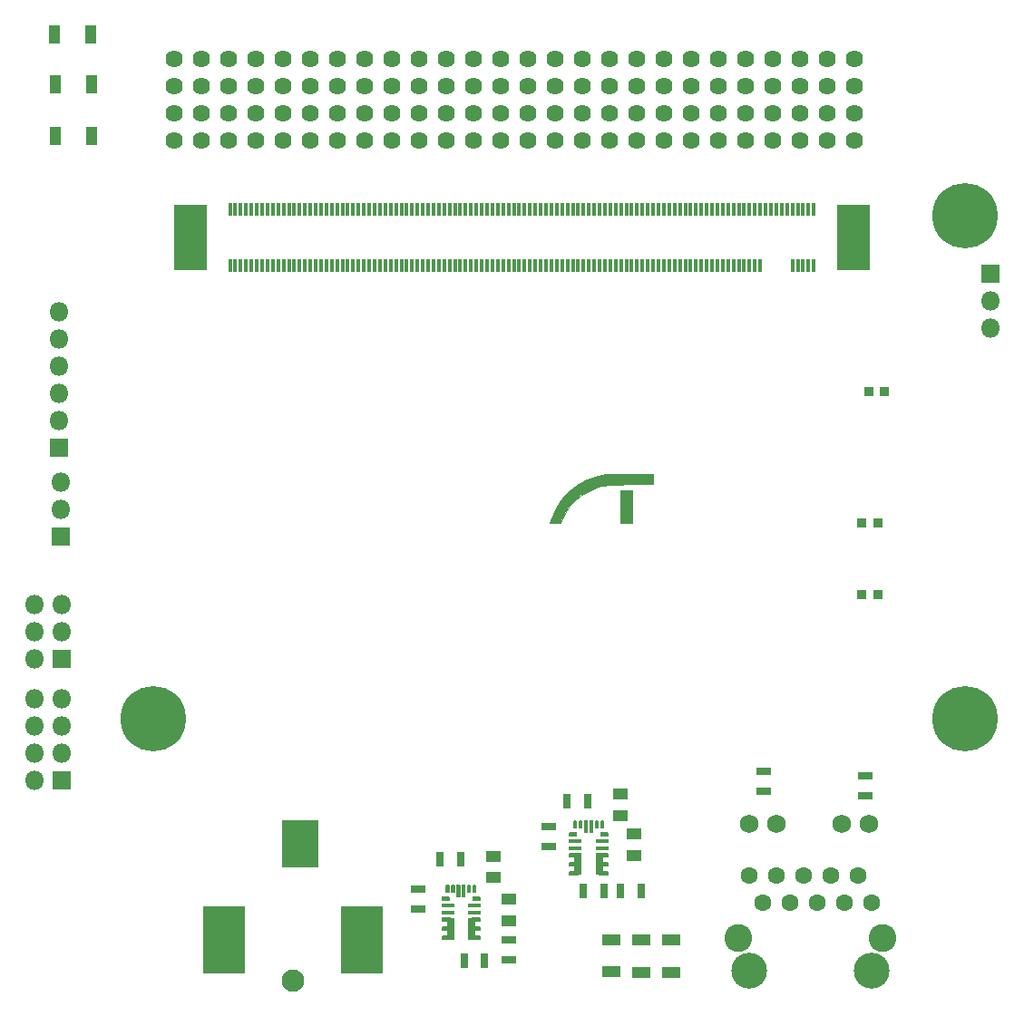
<source format=gbr>
G04 #@! TF.FileFunction,Soldermask,Top*
%FSLAX45Y45*%
G04 Gerber Fmt 4.5, Leading zero omitted, Abs format (unit mm)*
G04 Created by KiCad (PCBNEW 4.0.7) date 02/10/18 20:36:28*
%MOMM*%
%LPD*%
G01*
G04 APERTURE LIST*
%ADD10C,0.100000*%
%ADD11C,0.010000*%
%ADD12C,0.127000*%
%ADD13C,6.100000*%
%ADD14R,1.800000X1.800000*%
%ADD15O,1.800000X1.800000*%
%ADD16R,1.400000X0.800000*%
%ADD17R,0.430200X1.293800*%
%ADD18R,3.100000X6.100000*%
%ADD19C,1.600000*%
%ADD20C,1.750000*%
%ADD21C,2.600000*%
%ADD22C,3.350000*%
%ADD23R,0.900000X0.850000*%
%ADD24R,1.700000X1.100000*%
%ADD25C,1.624000*%
%ADD26R,0.800000X1.400000*%
%ADD27R,0.800000X0.350000*%
%ADD28R,1.200000X0.350000*%
%ADD29R,0.350000X0.800000*%
%ADD30R,0.350000X1.200000*%
%ADD31R,0.700000X2.050000*%
%ADD32R,3.400000X4.500000*%
%ADD33R,4.000000X6.300000*%
%ADD34C,2.100000*%
%ADD35R,1.000000X1.800000*%
%ADD36R,1.350000X1.100000*%
G04 APERTURE END LIST*
D10*
D11*
G36*
X14102909Y-6892000D02*
X13917954Y-6892000D01*
X13851717Y-6892207D01*
X13795604Y-6892913D01*
X13748201Y-6894243D01*
X13708092Y-6896322D01*
X13673863Y-6899275D01*
X13644099Y-6903229D01*
X13617385Y-6908309D01*
X13592306Y-6914639D01*
X13567446Y-6922346D01*
X13564530Y-6923328D01*
X13495080Y-6952786D01*
X13430700Y-6991845D01*
X13372542Y-7039444D01*
X13321759Y-7094519D01*
X13279506Y-7156008D01*
X13251525Y-7211657D01*
X13235268Y-7249909D01*
X13134524Y-7249909D01*
X13148561Y-7211237D01*
X13183308Y-7131768D01*
X13227097Y-7059227D01*
X13279374Y-6994122D01*
X13339586Y-6936962D01*
X13407178Y-6888257D01*
X13481596Y-6848517D01*
X13562286Y-6818250D01*
X13582175Y-6812546D01*
X13596394Y-6808765D01*
X13609279Y-6805659D01*
X13622142Y-6803150D01*
X13636291Y-6801159D01*
X13653037Y-6799608D01*
X13673688Y-6798417D01*
X13699556Y-6797508D01*
X13731950Y-6796802D01*
X13772179Y-6796221D01*
X13821554Y-6795685D01*
X13870557Y-6795218D01*
X14102909Y-6793049D01*
X14102909Y-6892000D01*
X14102909Y-6892000D01*
G37*
X14102909Y-6892000D02*
X13917954Y-6892000D01*
X13851717Y-6892207D01*
X13795604Y-6892913D01*
X13748201Y-6894243D01*
X13708092Y-6896322D01*
X13673863Y-6899275D01*
X13644099Y-6903229D01*
X13617385Y-6908309D01*
X13592306Y-6914639D01*
X13567446Y-6922346D01*
X13564530Y-6923328D01*
X13495080Y-6952786D01*
X13430700Y-6991845D01*
X13372542Y-7039444D01*
X13321759Y-7094519D01*
X13279506Y-7156008D01*
X13251525Y-7211657D01*
X13235268Y-7249909D01*
X13134524Y-7249909D01*
X13148561Y-7211237D01*
X13183308Y-7131768D01*
X13227097Y-7059227D01*
X13279374Y-6994122D01*
X13339586Y-6936962D01*
X13407178Y-6888257D01*
X13481596Y-6848517D01*
X13562286Y-6818250D01*
X13582175Y-6812546D01*
X13596394Y-6808765D01*
X13609279Y-6805659D01*
X13622142Y-6803150D01*
X13636291Y-6801159D01*
X13653037Y-6799608D01*
X13673688Y-6798417D01*
X13699556Y-6797508D01*
X13731950Y-6796802D01*
X13772179Y-6796221D01*
X13821554Y-6795685D01*
X13870557Y-6795218D01*
X14102909Y-6793049D01*
X14102909Y-6892000D01*
G36*
X13900864Y-7249909D02*
X13796954Y-7249909D01*
X13796954Y-6943954D01*
X13900864Y-6943954D01*
X13900864Y-7249909D01*
X13900864Y-7249909D01*
G37*
X13900864Y-7249909D02*
X13796954Y-7249909D01*
X13796954Y-6943954D01*
X13900864Y-6943954D01*
X13900864Y-7249909D01*
D12*
X13363000Y-10039639D02*
X13373000Y-10039639D01*
X13373000Y-10039639D02*
X13383000Y-10039639D01*
X13383000Y-10039639D02*
X13383000Y-10099639D01*
X13383000Y-10099639D02*
X13373000Y-10099639D01*
X13373000Y-10099639D02*
X13363000Y-10099639D01*
X13363000Y-10099639D02*
X13363000Y-10039639D01*
X13373000Y-10039639D02*
X13373000Y-10099639D01*
X13413000Y-10039639D02*
X13423000Y-10039639D01*
X13423000Y-10039639D02*
X13433000Y-10039639D01*
X13433000Y-10039639D02*
X13433000Y-10099639D01*
X13433000Y-10099639D02*
X13423000Y-10099639D01*
X13423000Y-10099639D02*
X13413000Y-10099639D01*
X13413000Y-10099639D02*
X13413000Y-10039639D01*
X13423000Y-10039639D02*
X13423000Y-10099639D01*
X13463000Y-10039639D02*
X13473000Y-10039639D01*
X13473000Y-10039639D02*
X13483000Y-10039639D01*
X13483000Y-10039639D02*
X13483000Y-10139639D01*
X13483000Y-10139639D02*
X13473000Y-10139639D01*
X13473000Y-10139639D02*
X13463000Y-10139639D01*
X13463000Y-10139639D02*
X13463000Y-10039639D01*
X13473000Y-10039639D02*
X13473000Y-10139639D01*
X13513000Y-10039639D02*
X13523000Y-10039639D01*
X13523000Y-10039639D02*
X13533000Y-10039639D01*
X13533000Y-10039639D02*
X13533000Y-10139639D01*
X13533000Y-10139639D02*
X13523000Y-10139639D01*
X13523000Y-10139639D02*
X13513000Y-10139639D01*
X13513000Y-10139639D02*
X13513000Y-10039639D01*
X13523000Y-10039639D02*
X13523000Y-10139639D01*
X13563000Y-10039639D02*
X13573000Y-10039639D01*
X13573000Y-10039639D02*
X13583000Y-10039639D01*
X13583000Y-10039639D02*
X13583000Y-10099639D01*
X13583000Y-10099639D02*
X13573000Y-10099639D01*
X13573000Y-10099639D02*
X13563000Y-10099639D01*
X13563000Y-10099639D02*
X13563000Y-10039639D01*
X13573000Y-10039639D02*
X13573000Y-10099639D01*
X13613000Y-10039639D02*
X13623000Y-10039639D01*
X13623000Y-10039639D02*
X13633000Y-10039639D01*
X13633000Y-10039639D02*
X13633000Y-10099639D01*
X13633000Y-10099639D02*
X13623000Y-10099639D01*
X13623000Y-10099639D02*
X13613000Y-10099639D01*
X13613000Y-10099639D02*
X13613000Y-10039639D01*
X13623000Y-10039639D02*
X13623000Y-10099639D01*
X13613000Y-10149639D02*
X13673000Y-10149639D01*
X13673000Y-10149639D02*
X13673000Y-10159639D01*
X13673000Y-10159639D02*
X13673000Y-10169639D01*
X13673000Y-10169639D02*
X13613000Y-10169639D01*
X13613000Y-10169639D02*
X13613000Y-10159639D01*
X13613000Y-10159639D02*
X13613000Y-10149639D01*
X13613000Y-10159639D02*
X13673000Y-10159639D01*
X13323000Y-10149639D02*
X13383000Y-10149639D01*
X13383000Y-10149639D02*
X13383000Y-10159639D01*
X13383000Y-10159639D02*
X13383000Y-10169639D01*
X13383000Y-10169639D02*
X13323000Y-10169639D01*
X13323000Y-10169639D02*
X13323000Y-10159639D01*
X13323000Y-10159639D02*
X13323000Y-10149639D01*
X13323000Y-10159639D02*
X13383000Y-10159639D01*
X13323000Y-10214639D02*
X13423000Y-10214639D01*
X13423000Y-10214639D02*
X13423000Y-10224639D01*
X13423000Y-10224639D02*
X13423000Y-10234639D01*
X13423000Y-10234639D02*
X13323000Y-10234639D01*
X13323000Y-10234639D02*
X13323000Y-10224639D01*
X13323000Y-10224639D02*
X13323000Y-10214639D01*
X13323000Y-10224639D02*
X13423000Y-10224639D01*
X13323000Y-10279639D02*
X13423000Y-10279639D01*
X13423000Y-10279639D02*
X13423000Y-10289639D01*
X13423000Y-10289639D02*
X13423000Y-10299639D01*
X13423000Y-10299639D02*
X13323000Y-10299639D01*
X13323000Y-10299639D02*
X13323000Y-10289639D01*
X13323000Y-10289639D02*
X13323000Y-10279639D01*
X13323000Y-10289639D02*
X13423000Y-10289639D01*
X13573000Y-10279639D02*
X13673000Y-10279639D01*
X13673000Y-10279639D02*
X13673000Y-10289639D01*
X13673000Y-10289639D02*
X13673000Y-10299639D01*
X13673000Y-10299639D02*
X13573000Y-10299639D01*
X13573000Y-10299639D02*
X13573000Y-10289639D01*
X13573000Y-10289639D02*
X13573000Y-10279639D01*
X13573000Y-10289639D02*
X13673000Y-10289639D01*
X13573000Y-10214639D02*
X13673000Y-10214639D01*
X13673000Y-10214639D02*
X13673000Y-10224639D01*
X13673000Y-10224639D02*
X13673000Y-10234639D01*
X13673000Y-10234639D02*
X13573000Y-10234639D01*
X13573000Y-10234639D02*
X13573000Y-10224639D01*
X13573000Y-10224639D02*
X13573000Y-10214639D01*
X13573000Y-10224639D02*
X13673000Y-10224639D01*
X13323000Y-10344639D02*
X13398000Y-10344639D01*
X13398000Y-10344639D02*
X13398000Y-10354639D01*
X13398000Y-10354639D02*
X13398000Y-10364639D01*
X13398000Y-10364639D02*
X13323000Y-10364639D01*
X13323000Y-10364639D02*
X13323000Y-10354639D01*
X13323000Y-10354639D02*
X13323000Y-10344639D01*
X13323000Y-10429639D02*
X13398000Y-10429639D01*
X13398000Y-10429639D02*
X13398000Y-10439639D01*
X13398000Y-10439639D02*
X13398000Y-10449639D01*
X13398000Y-10449639D02*
X13323000Y-10449639D01*
X13323000Y-10449639D02*
X13323000Y-10439639D01*
X13323000Y-10439639D02*
X13323000Y-10429639D01*
X13323000Y-10354639D02*
X13398000Y-10354639D01*
X13323000Y-10439639D02*
X13398000Y-10439639D01*
X13323000Y-10514639D02*
X13398000Y-10514639D01*
X13398000Y-10514639D02*
X13398000Y-10524639D01*
X13398000Y-10524639D02*
X13398000Y-10534639D01*
X13398000Y-10534639D02*
X13323000Y-10534639D01*
X13323000Y-10534639D02*
X13323000Y-10524639D01*
X13323000Y-10524639D02*
X13323000Y-10514639D01*
X13323000Y-10524639D02*
X13398000Y-10524639D01*
X13673000Y-10344639D02*
X13598000Y-10344639D01*
X13598000Y-10344639D02*
X13598000Y-10354639D01*
X13598000Y-10354639D02*
X13598000Y-10364639D01*
X13598000Y-10364639D02*
X13673000Y-10364639D01*
X13673000Y-10364639D02*
X13673000Y-10354639D01*
X13673000Y-10354639D02*
X13673000Y-10344639D01*
X13673000Y-10429639D02*
X13598000Y-10429639D01*
X13598000Y-10429639D02*
X13598000Y-10439639D01*
X13598000Y-10439639D02*
X13598000Y-10449639D01*
X13598000Y-10449639D02*
X13673000Y-10449639D01*
X13673000Y-10449639D02*
X13673000Y-10439639D01*
X13673000Y-10439639D02*
X13673000Y-10429639D01*
X13598000Y-10439639D02*
X13673000Y-10439639D01*
X13598000Y-10354639D02*
X13673000Y-10354639D01*
X13673000Y-10514639D02*
X13598000Y-10514639D01*
X13598000Y-10514639D02*
X13598000Y-10524639D01*
X13598000Y-10524639D02*
X13598000Y-10534639D01*
X13598000Y-10534639D02*
X13673000Y-10534639D01*
X13673000Y-10534639D02*
X13673000Y-10524639D01*
X13673000Y-10524639D02*
X13673000Y-10514639D01*
X13598000Y-10524639D02*
X13673000Y-10524639D01*
X12172000Y-10641500D02*
X12182000Y-10641500D01*
X12182000Y-10641500D02*
X12192000Y-10641500D01*
X12192000Y-10641500D02*
X12192000Y-10701500D01*
X12192000Y-10701500D02*
X12182000Y-10701500D01*
X12182000Y-10701500D02*
X12172000Y-10701500D01*
X12172000Y-10701500D02*
X12172000Y-10641500D01*
X12182000Y-10641500D02*
X12182000Y-10701500D01*
X12222000Y-10641500D02*
X12232000Y-10641500D01*
X12232000Y-10641500D02*
X12242000Y-10641500D01*
X12242000Y-10641500D02*
X12242000Y-10701500D01*
X12242000Y-10701500D02*
X12232000Y-10701500D01*
X12232000Y-10701500D02*
X12222000Y-10701500D01*
X12222000Y-10701500D02*
X12222000Y-10641500D01*
X12232000Y-10641500D02*
X12232000Y-10701500D01*
X12272000Y-10641500D02*
X12282000Y-10641500D01*
X12282000Y-10641500D02*
X12292000Y-10641500D01*
X12292000Y-10641500D02*
X12292000Y-10741500D01*
X12292000Y-10741500D02*
X12282000Y-10741500D01*
X12282000Y-10741500D02*
X12272000Y-10741500D01*
X12272000Y-10741500D02*
X12272000Y-10641500D01*
X12282000Y-10641500D02*
X12282000Y-10741500D01*
X12322000Y-10641500D02*
X12332000Y-10641500D01*
X12332000Y-10641500D02*
X12342000Y-10641500D01*
X12342000Y-10641500D02*
X12342000Y-10741500D01*
X12342000Y-10741500D02*
X12332000Y-10741500D01*
X12332000Y-10741500D02*
X12322000Y-10741500D01*
X12322000Y-10741500D02*
X12322000Y-10641500D01*
X12332000Y-10641500D02*
X12332000Y-10741500D01*
X12372000Y-10641500D02*
X12382000Y-10641500D01*
X12382000Y-10641500D02*
X12392000Y-10641500D01*
X12392000Y-10641500D02*
X12392000Y-10701500D01*
X12392000Y-10701500D02*
X12382000Y-10701500D01*
X12382000Y-10701500D02*
X12372000Y-10701500D01*
X12372000Y-10701500D02*
X12372000Y-10641500D01*
X12382000Y-10641500D02*
X12382000Y-10701500D01*
X12422000Y-10641500D02*
X12432000Y-10641500D01*
X12432000Y-10641500D02*
X12442000Y-10641500D01*
X12442000Y-10641500D02*
X12442000Y-10701500D01*
X12442000Y-10701500D02*
X12432000Y-10701500D01*
X12432000Y-10701500D02*
X12422000Y-10701500D01*
X12422000Y-10701500D02*
X12422000Y-10641500D01*
X12432000Y-10641500D02*
X12432000Y-10701500D01*
X12422000Y-10751500D02*
X12482000Y-10751500D01*
X12482000Y-10751500D02*
X12482000Y-10761500D01*
X12482000Y-10761500D02*
X12482000Y-10771500D01*
X12482000Y-10771500D02*
X12422000Y-10771500D01*
X12422000Y-10771500D02*
X12422000Y-10761500D01*
X12422000Y-10761500D02*
X12422000Y-10751500D01*
X12422000Y-10761500D02*
X12482000Y-10761500D01*
X12132000Y-10751500D02*
X12192000Y-10751500D01*
X12192000Y-10751500D02*
X12192000Y-10761500D01*
X12192000Y-10761500D02*
X12192000Y-10771500D01*
X12192000Y-10771500D02*
X12132000Y-10771500D01*
X12132000Y-10771500D02*
X12132000Y-10761500D01*
X12132000Y-10761500D02*
X12132000Y-10751500D01*
X12132000Y-10761500D02*
X12192000Y-10761500D01*
X12132000Y-10816500D02*
X12232000Y-10816500D01*
X12232000Y-10816500D02*
X12232000Y-10826500D01*
X12232000Y-10826500D02*
X12232000Y-10836500D01*
X12232000Y-10836500D02*
X12132000Y-10836500D01*
X12132000Y-10836500D02*
X12132000Y-10826500D01*
X12132000Y-10826500D02*
X12132000Y-10816500D01*
X12132000Y-10826500D02*
X12232000Y-10826500D01*
X12132000Y-10881500D02*
X12232000Y-10881500D01*
X12232000Y-10881500D02*
X12232000Y-10891500D01*
X12232000Y-10891500D02*
X12232000Y-10901500D01*
X12232000Y-10901500D02*
X12132000Y-10901500D01*
X12132000Y-10901500D02*
X12132000Y-10891500D01*
X12132000Y-10891500D02*
X12132000Y-10881500D01*
X12132000Y-10891500D02*
X12232000Y-10891500D01*
X12382000Y-10881500D02*
X12482000Y-10881500D01*
X12482000Y-10881500D02*
X12482000Y-10891500D01*
X12482000Y-10891500D02*
X12482000Y-10901500D01*
X12482000Y-10901500D02*
X12382000Y-10901500D01*
X12382000Y-10901500D02*
X12382000Y-10891500D01*
X12382000Y-10891500D02*
X12382000Y-10881500D01*
X12382000Y-10891500D02*
X12482000Y-10891500D01*
X12382000Y-10816500D02*
X12482000Y-10816500D01*
X12482000Y-10816500D02*
X12482000Y-10826500D01*
X12482000Y-10826500D02*
X12482000Y-10836500D01*
X12482000Y-10836500D02*
X12382000Y-10836500D01*
X12382000Y-10836500D02*
X12382000Y-10826500D01*
X12382000Y-10826500D02*
X12382000Y-10816500D01*
X12382000Y-10826500D02*
X12482000Y-10826500D01*
X12132000Y-10946500D02*
X12207000Y-10946500D01*
X12207000Y-10946500D02*
X12207000Y-10956500D01*
X12207000Y-10956500D02*
X12207000Y-10966500D01*
X12207000Y-10966500D02*
X12132000Y-10966500D01*
X12132000Y-10966500D02*
X12132000Y-10956500D01*
X12132000Y-10956500D02*
X12132000Y-10946500D01*
X12132000Y-11031500D02*
X12207000Y-11031500D01*
X12207000Y-11031500D02*
X12207000Y-11041500D01*
X12207000Y-11041500D02*
X12207000Y-11051500D01*
X12207000Y-11051500D02*
X12132000Y-11051500D01*
X12132000Y-11051500D02*
X12132000Y-11041500D01*
X12132000Y-11041500D02*
X12132000Y-11031500D01*
X12132000Y-10956500D02*
X12207000Y-10956500D01*
X12132000Y-11041500D02*
X12207000Y-11041500D01*
X12132000Y-11116500D02*
X12207000Y-11116500D01*
X12207000Y-11116500D02*
X12207000Y-11126500D01*
X12207000Y-11126500D02*
X12207000Y-11136500D01*
X12207000Y-11136500D02*
X12132000Y-11136500D01*
X12132000Y-11136500D02*
X12132000Y-11126500D01*
X12132000Y-11126500D02*
X12132000Y-11116500D01*
X12132000Y-11126500D02*
X12207000Y-11126500D01*
X12482000Y-10946500D02*
X12407000Y-10946500D01*
X12407000Y-10946500D02*
X12407000Y-10956500D01*
X12407000Y-10956500D02*
X12407000Y-10966500D01*
X12407000Y-10966500D02*
X12482000Y-10966500D01*
X12482000Y-10966500D02*
X12482000Y-10956500D01*
X12482000Y-10956500D02*
X12482000Y-10946500D01*
X12482000Y-11031500D02*
X12407000Y-11031500D01*
X12407000Y-11031500D02*
X12407000Y-11041500D01*
X12407000Y-11041500D02*
X12407000Y-11051500D01*
X12407000Y-11051500D02*
X12482000Y-11051500D01*
X12482000Y-11051500D02*
X12482000Y-11041500D01*
X12482000Y-11041500D02*
X12482000Y-11031500D01*
X12407000Y-11041500D02*
X12482000Y-11041500D01*
X12407000Y-10956500D02*
X12482000Y-10956500D01*
X12482000Y-11116500D02*
X12407000Y-11116500D01*
X12407000Y-11116500D02*
X12407000Y-11126500D01*
X12407000Y-11126500D02*
X12407000Y-11136500D01*
X12407000Y-11136500D02*
X12482000Y-11136500D01*
X12482000Y-11136500D02*
X12482000Y-11126500D01*
X12482000Y-11126500D02*
X12482000Y-11116500D01*
X12407000Y-11126500D02*
X12482000Y-11126500D01*
D13*
X17008500Y-4385000D03*
X17008500Y-9085000D03*
D14*
X8575000Y-9655500D03*
D15*
X8321000Y-9655500D03*
X8575000Y-9401500D03*
X8321000Y-9401500D03*
X8575000Y-9147500D03*
X8321000Y-9147500D03*
X8575000Y-8893500D03*
X8321000Y-8893500D03*
D16*
X16080000Y-9612500D03*
X16080000Y-9802500D03*
D17*
X15600000Y-4320000D03*
X15550000Y-4320000D03*
X15500000Y-4320000D03*
X15450000Y-4320000D03*
X15400000Y-4320000D03*
X15350000Y-4320000D03*
X15300000Y-4320000D03*
X15250000Y-4320000D03*
X15200000Y-4320000D03*
X15150000Y-4320000D03*
X15100000Y-4320000D03*
X15050000Y-4320000D03*
X15000000Y-4320000D03*
X14950000Y-4320000D03*
X14900000Y-4320000D03*
X14850000Y-4320000D03*
X14800000Y-4320000D03*
X14750000Y-4320000D03*
X14700000Y-4320000D03*
X14650000Y-4320000D03*
X14600000Y-4320000D03*
X14550000Y-4320000D03*
X14500000Y-4320000D03*
X14450000Y-4320000D03*
X14400000Y-4320000D03*
X14350000Y-4320000D03*
X14300000Y-4320000D03*
X14250000Y-4320000D03*
X14200000Y-4320000D03*
X14150000Y-4320000D03*
X14100000Y-4320000D03*
X14050000Y-4320000D03*
X14000000Y-4320000D03*
X13950000Y-4320000D03*
X13900000Y-4320000D03*
X13850000Y-4320000D03*
X13800000Y-4320000D03*
X13750000Y-4320000D03*
X13700000Y-4320000D03*
X13650000Y-4320000D03*
X13600000Y-4320000D03*
X13550000Y-4320000D03*
X13500000Y-4320000D03*
X13450000Y-4320000D03*
X13400000Y-4320000D03*
X13350000Y-4320000D03*
X13300000Y-4320000D03*
X13250000Y-4320000D03*
X13200000Y-4320000D03*
X13150000Y-4320000D03*
X13100000Y-4320000D03*
X13050000Y-4320000D03*
X13000000Y-4320000D03*
X12950000Y-4320000D03*
X12900000Y-4320000D03*
X12850000Y-4320000D03*
X12800000Y-4320000D03*
X12750000Y-4320000D03*
X12700000Y-4320000D03*
X12650000Y-4320000D03*
X12600000Y-4320000D03*
X12550000Y-4320000D03*
X12500000Y-4320000D03*
X12450000Y-4320000D03*
X12400000Y-4320000D03*
X12350000Y-4320000D03*
X12300000Y-4320000D03*
X12250000Y-4320000D03*
X12200000Y-4320000D03*
X12150000Y-4320000D03*
X12100000Y-4320000D03*
X12050000Y-4320000D03*
X12000000Y-4320000D03*
X11950000Y-4320000D03*
X11900000Y-4320000D03*
X11850000Y-4320000D03*
X11800000Y-4320000D03*
X11750000Y-4320000D03*
X11700000Y-4320000D03*
X11650000Y-4320000D03*
X11600000Y-4320000D03*
X11550000Y-4320000D03*
X11500000Y-4320000D03*
X11450000Y-4320000D03*
X11400000Y-4320000D03*
X11350000Y-4320000D03*
X11300000Y-4320000D03*
X11250000Y-4320000D03*
X11200000Y-4320000D03*
X11150000Y-4320000D03*
X11100000Y-4320000D03*
X11050000Y-4320000D03*
X11000000Y-4320000D03*
X10950000Y-4320000D03*
X10900000Y-4320000D03*
X10850000Y-4320000D03*
X10800000Y-4320000D03*
X10750000Y-4320000D03*
X10700000Y-4320000D03*
X10650000Y-4320000D03*
X10600000Y-4320000D03*
X10550000Y-4320000D03*
X10500000Y-4320000D03*
X10450000Y-4320000D03*
X10400000Y-4320000D03*
X10350000Y-4320000D03*
X10300000Y-4320000D03*
X10250000Y-4320000D03*
X10200000Y-4320000D03*
X10150000Y-4320000D03*
X15600000Y-4850000D03*
X15550000Y-4850000D03*
X15500000Y-4850000D03*
X15450000Y-4850000D03*
X15400000Y-4850000D03*
X15100000Y-4850000D03*
X15050000Y-4850000D03*
X15000000Y-4850000D03*
X14950000Y-4850000D03*
X14900000Y-4850000D03*
X14850000Y-4850000D03*
X14800000Y-4850000D03*
X14750000Y-4850000D03*
X14700000Y-4850000D03*
X14650000Y-4850000D03*
X14600000Y-4850000D03*
X14550000Y-4850000D03*
X14500000Y-4850000D03*
X14450000Y-4850000D03*
X14400000Y-4850000D03*
X14350000Y-4850000D03*
X14300000Y-4850000D03*
X14250000Y-4850000D03*
X14200000Y-4850000D03*
X14150000Y-4850000D03*
X14100000Y-4850000D03*
X14050000Y-4850000D03*
X14000000Y-4850000D03*
X13950000Y-4850000D03*
X13900000Y-4850000D03*
X13850000Y-4850000D03*
X13800000Y-4850000D03*
X13750000Y-4850000D03*
X13700000Y-4850000D03*
X13650000Y-4850000D03*
X13600000Y-4850000D03*
X13550000Y-4850000D03*
X13500000Y-4850000D03*
X13450000Y-4850000D03*
X13400000Y-4850000D03*
X13350000Y-4850000D03*
X13300000Y-4850000D03*
X13250000Y-4850000D03*
X13200000Y-4850000D03*
X13150000Y-4850000D03*
X13100000Y-4850000D03*
X13050000Y-4850000D03*
X13000000Y-4850000D03*
X12950000Y-4850000D03*
X12900000Y-4850000D03*
X12850000Y-4850000D03*
X12800000Y-4850000D03*
X12750000Y-4850000D03*
X12700000Y-4850000D03*
X12650000Y-4850000D03*
X12600000Y-4850000D03*
X12550000Y-4850000D03*
X12500000Y-4850000D03*
X12450000Y-4850000D03*
X12400000Y-4850000D03*
X12350000Y-4850000D03*
X12300000Y-4850000D03*
X12250000Y-4850000D03*
X12200000Y-4850000D03*
X12150000Y-4850000D03*
X12100000Y-4850000D03*
X12050000Y-4850000D03*
X12000000Y-4850000D03*
X11950000Y-4850000D03*
X11900000Y-4850000D03*
X11850000Y-4850000D03*
X11800000Y-4850000D03*
X11750000Y-4850000D03*
X11700000Y-4850000D03*
X11650000Y-4850000D03*
X11600000Y-4850000D03*
X11550000Y-4850000D03*
X11500000Y-4850000D03*
X11450000Y-4850000D03*
X11400000Y-4850000D03*
X11350000Y-4850000D03*
X11300000Y-4850000D03*
X11250000Y-4850000D03*
X11200000Y-4850000D03*
X11150000Y-4850000D03*
X11100000Y-4850000D03*
X11050000Y-4850000D03*
X11000000Y-4850000D03*
X10950000Y-4850000D03*
X10900000Y-4850000D03*
X10850000Y-4850000D03*
X10800000Y-4850000D03*
X10750000Y-4850000D03*
X10700000Y-4850000D03*
X10650000Y-4850000D03*
X10600000Y-4850000D03*
X10550000Y-4850000D03*
X10500000Y-4850000D03*
X10450000Y-4850000D03*
X10400000Y-4850000D03*
X10350000Y-4850000D03*
X10300000Y-4850000D03*
X10250000Y-4850000D03*
X10200000Y-4850000D03*
X10150000Y-4850000D03*
D18*
X15966600Y-4583300D03*
X9781700Y-4583300D03*
D19*
X16139000Y-10804000D03*
X16012000Y-10550000D03*
X15885000Y-10804000D03*
X15758000Y-10550000D03*
X15631000Y-10804000D03*
X15504000Y-10550000D03*
X15377000Y-10804000D03*
X15250000Y-10550000D03*
X15123000Y-10804000D03*
X14996000Y-10550000D03*
D20*
X16114000Y-10067000D03*
X15860000Y-10067000D03*
X15250000Y-10067000D03*
X14996000Y-10067000D03*
D21*
X14894500Y-11134000D03*
D22*
X14996000Y-11439000D03*
X16139000Y-11439000D03*
D21*
X16240500Y-11134000D03*
D23*
X16046000Y-7924000D03*
X16196000Y-7924000D03*
X16200000Y-7250000D03*
X16050000Y-7250000D03*
X16261000Y-6023000D03*
X16111000Y-6023000D03*
D24*
X13988000Y-11448500D03*
X13988000Y-11148500D03*
X13708000Y-11443500D03*
X13708000Y-11143500D03*
X14268000Y-11448500D03*
X14268000Y-11148500D03*
D25*
X9626000Y-3675500D03*
X9626000Y-3421500D03*
X9880000Y-3675500D03*
X9880000Y-3421500D03*
X10134000Y-3675500D03*
X10134000Y-3421500D03*
X10388000Y-3675500D03*
X10388000Y-3421500D03*
X10642000Y-3675500D03*
X10642000Y-3421500D03*
X10896000Y-3675500D03*
X10896000Y-3421500D03*
X11150000Y-3675500D03*
X11150000Y-3421500D03*
X11404000Y-3675500D03*
X11404000Y-3421500D03*
X11658000Y-3675500D03*
X11658000Y-3421500D03*
X11912000Y-3675500D03*
X11912000Y-3421500D03*
X12166000Y-3675500D03*
X12166000Y-3421500D03*
X12420000Y-3675500D03*
X12420000Y-3421500D03*
X12674000Y-3675500D03*
X12674000Y-3421500D03*
X12928000Y-3675500D03*
X12928000Y-3421500D03*
X13182000Y-3675500D03*
X13182000Y-3421500D03*
X13436000Y-3675500D03*
X13436000Y-3421500D03*
X13690000Y-3675500D03*
X13690000Y-3421500D03*
X13944000Y-3675500D03*
X13944000Y-3421500D03*
X14198000Y-3675500D03*
X14198000Y-3421500D03*
X14452000Y-3675500D03*
X14452000Y-3421500D03*
X14706000Y-3675500D03*
X14706000Y-3421500D03*
X14960000Y-3675500D03*
X14960000Y-3421500D03*
X15214000Y-3675500D03*
X15214000Y-3421500D03*
X15468000Y-3675500D03*
X15468000Y-3421500D03*
X15722000Y-3675500D03*
X15722000Y-3421500D03*
X15976000Y-3675500D03*
X15976000Y-3421500D03*
D16*
X12757000Y-11146500D03*
X12757000Y-11336500D03*
D26*
X12527000Y-11341500D03*
X12337000Y-11341500D03*
X12302000Y-10391500D03*
X12112000Y-10391500D03*
D16*
X11907000Y-10671500D03*
X11907000Y-10861500D03*
D26*
X13988000Y-10686000D03*
X13798000Y-10686000D03*
X13640500Y-10686000D03*
X13450500Y-10686000D03*
X13485500Y-9856000D03*
X13295500Y-9856000D03*
D16*
X13128000Y-10088500D03*
X13128000Y-10278500D03*
D27*
X13353000Y-10159639D03*
D28*
X13373000Y-10224639D03*
X13373000Y-10289639D03*
D27*
X13353000Y-10354639D03*
X13353000Y-10439639D03*
X13353000Y-10524639D03*
X13643000Y-10524639D03*
X13643000Y-10439639D03*
X13643000Y-10354639D03*
D28*
X13623000Y-10289639D03*
X13623000Y-10224639D03*
D27*
X13643000Y-10159639D03*
D29*
X13623000Y-10069639D03*
X13573000Y-10069639D03*
D30*
X13523000Y-10089639D03*
X13473000Y-10089639D03*
D29*
X13423000Y-10069639D03*
X13373000Y-10069639D03*
D31*
X13398000Y-10439639D03*
X13598000Y-10439639D03*
D25*
X9625900Y-3167896D03*
X9625900Y-2913896D03*
X9879900Y-3167896D03*
X9879900Y-2913896D03*
X10133900Y-3167896D03*
X10133900Y-2913896D03*
X10387900Y-3167896D03*
X10387900Y-2913896D03*
X10641900Y-3167896D03*
X10641900Y-2913896D03*
X10895900Y-3167896D03*
X10895900Y-2913896D03*
X11149900Y-3167896D03*
X11149900Y-2913896D03*
X11403900Y-3167896D03*
X11403900Y-2913896D03*
X11657900Y-3167896D03*
X11657900Y-2913896D03*
X11911900Y-3167896D03*
X11911900Y-2913896D03*
X12165900Y-3167896D03*
X12165900Y-2913896D03*
X12419900Y-3167896D03*
X12419900Y-2913896D03*
X12673900Y-3167896D03*
X12673900Y-2913896D03*
X12927900Y-3167896D03*
X12927900Y-2913896D03*
X13181900Y-3167896D03*
X13181900Y-2913896D03*
X13435900Y-3167896D03*
X13435900Y-2913896D03*
X13689900Y-3167896D03*
X13689900Y-2913896D03*
X13943900Y-3167896D03*
X13943900Y-2913896D03*
X14197900Y-3167896D03*
X14197900Y-2913896D03*
X14451900Y-3167896D03*
X14451900Y-2913896D03*
X14705900Y-3167896D03*
X14705900Y-2913896D03*
X14959900Y-3167896D03*
X14959900Y-2913896D03*
X15213900Y-3167896D03*
X15213900Y-2913896D03*
X15467900Y-3167896D03*
X15467900Y-2913896D03*
X15721900Y-3167896D03*
X15721900Y-2913896D03*
X15975900Y-3167896D03*
X15975900Y-2913896D03*
D27*
X12162000Y-10761500D03*
D28*
X12182000Y-10826500D03*
X12182000Y-10891500D03*
D27*
X12162000Y-10956500D03*
X12162000Y-11041500D03*
X12162000Y-11126500D03*
X12452000Y-11126500D03*
X12452000Y-11041500D03*
X12452000Y-10956500D03*
D28*
X12432000Y-10891500D03*
X12432000Y-10826500D03*
D27*
X12452000Y-10761500D03*
D29*
X12432000Y-10671500D03*
X12382000Y-10671500D03*
D30*
X12332000Y-10691500D03*
X12282000Y-10691500D03*
D29*
X12232000Y-10671500D03*
X12182000Y-10671500D03*
D31*
X12207000Y-11041500D03*
X12407000Y-11041500D03*
D14*
X8570000Y-7382000D03*
D15*
X8570000Y-7128000D03*
X8570000Y-6874000D03*
D14*
X8551000Y-6554000D03*
D15*
X8551000Y-6300000D03*
X8551000Y-6046000D03*
X8551000Y-5792000D03*
X8551000Y-5538000D03*
X8551000Y-5284000D03*
D14*
X17249000Y-4922000D03*
D15*
X17249000Y-5176000D03*
X17249000Y-5430000D03*
D32*
X10807500Y-10247500D03*
D33*
X10092500Y-11147500D03*
X11382500Y-11147500D03*
D34*
X10737500Y-11527500D03*
D16*
X15132500Y-9570000D03*
X15132500Y-9760000D03*
D14*
X8575000Y-8523000D03*
D15*
X8321000Y-8523000D03*
X8575000Y-8269000D03*
X8321000Y-8269000D03*
X8575000Y-8015000D03*
X8321000Y-8015000D03*
D35*
X8512500Y-2685000D03*
X8852500Y-2685000D03*
X8522500Y-3155000D03*
X8862500Y-3155000D03*
X8520000Y-3637500D03*
X8860000Y-3637500D03*
D36*
X12607000Y-10366500D03*
X12607000Y-10566500D03*
X12757000Y-10966500D03*
X12757000Y-10766500D03*
X13798000Y-9786000D03*
X13798000Y-9986000D03*
X13923000Y-10358500D03*
X13923000Y-10158500D03*
D13*
X9432500Y-9085000D03*
M02*

</source>
